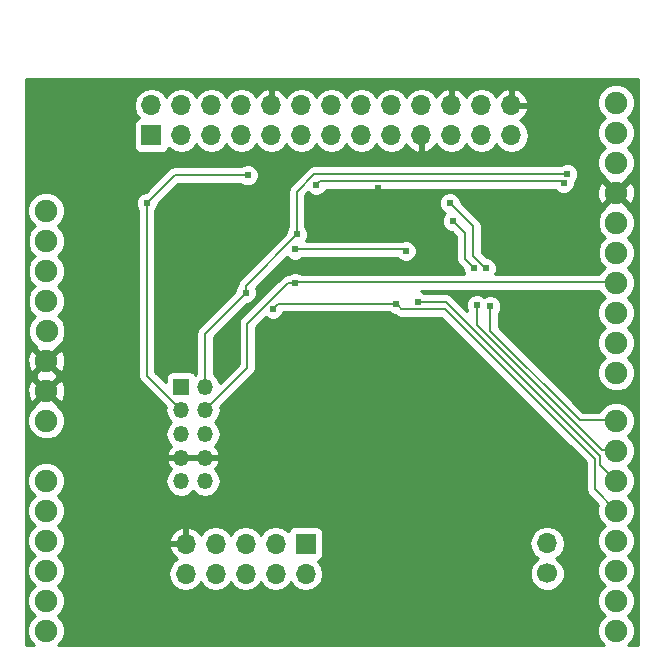
<source format=gbr>
G04 #@! TF.FileFunction,Copper,L2,Bot,Signal*
%FSLAX46Y46*%
G04 Gerber Fmt 4.6, Leading zero omitted, Abs format (unit mm)*
G04 Created by KiCad (PCBNEW 4.0.6) date 01/08/18 13:51:24*
%MOMM*%
%LPD*%
G01*
G04 APERTURE LIST*
%ADD10C,0.101600*%
%ADD11C,1.905000*%
%ADD12C,0.076200*%
%ADD13R,1.350000X1.350000*%
%ADD14O,1.350000X1.350000*%
%ADD15R,1.700000X1.700000*%
%ADD16O,1.700000X1.700000*%
%ADD17C,1.700000*%
%ADD18C,0.609600*%
%ADD19C,0.203200*%
%ADD20C,0.254000*%
G04 APERTURE END LIST*
D10*
D11*
X112014000Y-91948000D03*
X112039400Y-94513400D03*
X112039400Y-97053400D03*
X112039400Y-99593400D03*
X112064800Y-102133400D03*
X112039400Y-104673400D03*
X112039400Y-107213400D03*
X112014000Y-109728000D03*
X112014000Y-114808000D03*
X112014000Y-117348000D03*
X112014000Y-127508000D03*
X160274000Y-127508000D03*
X112014000Y-124968000D03*
X112014000Y-119888000D03*
X112014000Y-122428000D03*
X160274000Y-124968000D03*
X160274000Y-122428000D03*
X160274000Y-119888000D03*
X160274000Y-117348000D03*
X160274000Y-114808000D03*
X160299400Y-95504000D03*
X160299400Y-92964000D03*
X160274000Y-90424000D03*
X160274000Y-103124000D03*
X160274000Y-98044000D03*
X160274000Y-105664000D03*
X160274000Y-112268000D03*
X160274000Y-109728000D03*
X160274000Y-100584000D03*
X160274000Y-87884000D03*
X160274000Y-85344000D03*
X160274000Y-82804000D03*
D12*
X109474000Y-75438000D03*
D13*
X123458180Y-106860360D03*
D14*
X125458180Y-106860360D03*
X123458180Y-108860360D03*
X125458180Y-108860360D03*
X123458180Y-110860360D03*
X125458180Y-110860360D03*
X123458180Y-112860360D03*
X125458180Y-112860360D03*
X123458180Y-114860360D03*
X125458180Y-114860360D03*
D15*
X120918180Y-85587360D03*
D16*
X120918180Y-83047360D03*
X123458180Y-85587360D03*
X123458180Y-83047360D03*
X125998180Y-85587360D03*
X125998180Y-83047360D03*
X128538180Y-85587360D03*
X128538180Y-83047360D03*
X131078180Y-85587360D03*
X131078180Y-83047360D03*
X133618180Y-85587360D03*
X133618180Y-83047360D03*
X136158180Y-85587360D03*
X136158180Y-83047360D03*
X138698180Y-85587360D03*
X138698180Y-83047360D03*
X141238180Y-85587360D03*
X141238180Y-83047360D03*
X143778180Y-85587360D03*
X143778180Y-83047360D03*
X146318180Y-85587360D03*
X146318180Y-83047360D03*
X148858180Y-85587360D03*
X148858180Y-83047360D03*
X151398180Y-85587360D03*
X151398180Y-83047360D03*
D15*
X133999180Y-120142000D03*
D16*
X133999180Y-122682000D03*
X131459180Y-120142000D03*
X131459180Y-122682000D03*
X128919180Y-120142000D03*
X128919180Y-122682000D03*
X126379180Y-120142000D03*
X126379180Y-122682000D03*
X123839180Y-120142000D03*
X123839180Y-122682000D03*
D17*
X154446180Y-122671360D03*
D16*
X154446180Y-120131360D03*
D18*
X119634000Y-99949000D03*
X144855946Y-113522043D03*
X136404817Y-103616632D03*
X148731180Y-125211360D03*
X139841180Y-122671360D03*
X150544134Y-90440757D03*
X140158832Y-90036411D03*
X133110180Y-96382360D03*
X149112180Y-95366360D03*
X127776180Y-90032360D03*
X146445180Y-95620360D03*
X156152243Y-88856293D03*
X128915893Y-98897650D03*
X133237180Y-93969360D03*
X133111196Y-98076046D03*
X129090931Y-88949754D03*
X155836021Y-89579210D03*
X134884623Y-89743516D03*
X120537180Y-91302360D03*
X148243718Y-96787416D03*
X148477180Y-99938360D03*
X146445180Y-92826360D03*
X149221580Y-96837562D03*
X149620180Y-100065360D03*
X146191180Y-91302360D03*
X143512237Y-99683452D03*
X142484113Y-95366360D03*
X133110180Y-95239360D03*
X131229127Y-100239335D03*
X141653447Y-99836610D03*
D19*
X155721191Y-88856293D02*
X156152243Y-88856293D01*
X133237180Y-93969360D02*
X133237180Y-90339531D01*
X134720418Y-88856293D02*
X155721191Y-88856293D01*
X133237180Y-90339531D02*
X134720418Y-88856293D01*
X128915893Y-98897650D02*
X125458180Y-102355363D01*
X125458180Y-102355363D02*
X125458180Y-106860360D01*
X128915893Y-98466598D02*
X128915893Y-98897650D01*
X128915893Y-98290647D02*
X128915893Y-98466598D01*
X133237180Y-93969360D02*
X128915893Y-98290647D01*
X125458180Y-108860360D02*
X129045042Y-105273498D01*
X129045042Y-105273498D02*
X129045042Y-101509456D01*
X129045042Y-101509456D02*
X132490946Y-98063552D01*
X132490946Y-98063552D02*
X133098702Y-98063552D01*
X133098702Y-98063552D02*
X133111196Y-98076046D01*
X133153882Y-98033360D02*
X133111196Y-98076046D01*
X160288180Y-98033360D02*
X133153882Y-98033360D01*
X128659879Y-88949754D02*
X129090931Y-88949754D01*
X122889786Y-88949754D02*
X128659879Y-88949754D01*
X120537180Y-91302360D02*
X122889786Y-88949754D01*
X135189422Y-89438717D02*
X155695528Y-89438717D01*
X134884623Y-89743516D02*
X135189422Y-89438717D01*
X155695528Y-89438717D02*
X155836021Y-89579210D01*
X123458180Y-108860360D02*
X120537180Y-105939360D01*
X120537180Y-105939360D02*
X120537180Y-91302360D01*
X160288180Y-112257360D02*
X159076134Y-112257360D01*
X148477180Y-101658406D02*
X148477180Y-99938360D01*
X159076134Y-112257360D02*
X148477180Y-101658406D01*
X147938919Y-96482617D02*
X148243718Y-96787416D01*
X146445180Y-92826360D02*
X147461180Y-93842360D01*
X147461180Y-93842360D02*
X147461180Y-96004878D01*
X147461180Y-96004878D02*
X147938919Y-96482617D01*
X160288180Y-109717360D02*
X157202346Y-109717360D01*
X157202346Y-109717360D02*
X149620180Y-102135194D01*
X149620180Y-102135194D02*
X149620180Y-100065360D01*
X148916781Y-96532763D02*
X149221580Y-96837562D01*
X148155320Y-93266500D02*
X148155320Y-95771302D01*
X148155320Y-95771302D02*
X148916781Y-96532763D01*
X146191180Y-91302360D02*
X148155320Y-93266500D01*
X160274000Y-114808000D02*
X158917086Y-113451086D01*
X158917086Y-113451086D02*
X158917086Y-112734300D01*
X158917086Y-112734300D02*
X145866238Y-99683452D01*
X145866238Y-99683452D02*
X143943289Y-99683452D01*
X143943289Y-99683452D02*
X143512237Y-99683452D01*
X142357113Y-95239360D02*
X142484113Y-95366360D01*
X133110180Y-95239360D02*
X142357113Y-95239360D01*
X160274000Y-117348000D02*
X158479188Y-115553188D01*
X158479188Y-115553188D02*
X158479188Y-112957774D01*
X158479188Y-112957774D02*
X145789076Y-100267662D01*
X142084499Y-100267662D02*
X141958246Y-100141409D01*
X145789076Y-100267662D02*
X142084499Y-100267662D01*
X141958246Y-100141409D02*
X141653447Y-99836610D01*
X131631852Y-99836610D02*
X131533926Y-99934536D01*
X131533926Y-99934536D02*
X131229127Y-100239335D01*
X141653447Y-99836610D02*
X131631852Y-99836610D01*
D20*
G36*
X162104000Y-128703000D02*
X161323939Y-128703000D01*
X161619032Y-128408421D01*
X161861224Y-127825159D01*
X161861775Y-127193612D01*
X161620602Y-126609928D01*
X161249065Y-126237743D01*
X161619032Y-125868421D01*
X161861224Y-125285159D01*
X161861775Y-124653612D01*
X161620602Y-124069928D01*
X161249065Y-123697743D01*
X161619032Y-123328421D01*
X161861224Y-122745159D01*
X161861775Y-122113612D01*
X161620602Y-121529928D01*
X161249065Y-121157743D01*
X161619032Y-120788421D01*
X161861224Y-120205159D01*
X161861775Y-119573612D01*
X161620602Y-118989928D01*
X161249065Y-118617743D01*
X161619032Y-118248421D01*
X161861224Y-117665159D01*
X161861775Y-117033612D01*
X161620602Y-116449928D01*
X161249065Y-116077743D01*
X161619032Y-115708421D01*
X161861224Y-115125159D01*
X161861775Y-114493612D01*
X161620602Y-113909928D01*
X161249065Y-113537743D01*
X161619032Y-113168421D01*
X161861224Y-112585159D01*
X161861775Y-111953612D01*
X161620602Y-111369928D01*
X161249065Y-110997743D01*
X161619032Y-110628421D01*
X161861224Y-110045159D01*
X161861775Y-109413612D01*
X161620602Y-108829928D01*
X161174421Y-108382968D01*
X160591159Y-108140776D01*
X159959612Y-108140225D01*
X159375928Y-108381398D01*
X158928968Y-108827579D01*
X158865362Y-108980760D01*
X157507456Y-108980760D01*
X150356780Y-101830084D01*
X150356780Y-100657964D01*
X150416439Y-100598409D01*
X150559817Y-100253118D01*
X150560143Y-99879242D01*
X150417368Y-99533701D01*
X150153229Y-99269101D01*
X149807938Y-99125723D01*
X149434062Y-99125397D01*
X149122192Y-99254259D01*
X149010229Y-99142101D01*
X148664938Y-98998723D01*
X148291062Y-98998397D01*
X147945521Y-99141172D01*
X147680921Y-99405311D01*
X147537543Y-99750602D01*
X147537217Y-100124478D01*
X147669766Y-100445270D01*
X146387093Y-99162597D01*
X146148123Y-99002922D01*
X145866238Y-98946852D01*
X144104841Y-98946852D01*
X144045286Y-98887193D01*
X143762959Y-98769960D01*
X158856283Y-98769960D01*
X158927398Y-98942072D01*
X159298935Y-99314257D01*
X158928968Y-99683579D01*
X158686776Y-100266841D01*
X158686225Y-100898388D01*
X158927398Y-101482072D01*
X159298935Y-101854257D01*
X158928968Y-102223579D01*
X158686776Y-102806841D01*
X158686225Y-103438388D01*
X158927398Y-104022072D01*
X159298935Y-104394257D01*
X158928968Y-104763579D01*
X158686776Y-105346841D01*
X158686225Y-105978388D01*
X158927398Y-106562072D01*
X159373579Y-107009032D01*
X159956841Y-107251224D01*
X160588388Y-107251775D01*
X161172072Y-107010602D01*
X161619032Y-106564421D01*
X161861224Y-105981159D01*
X161861775Y-105349612D01*
X161620602Y-104765928D01*
X161249065Y-104393743D01*
X161619032Y-104024421D01*
X161861224Y-103441159D01*
X161861775Y-102809612D01*
X161620602Y-102225928D01*
X161249065Y-101853743D01*
X161619032Y-101484421D01*
X161861224Y-100901159D01*
X161861775Y-100269612D01*
X161620602Y-99685928D01*
X161249065Y-99313743D01*
X161619032Y-98944421D01*
X161861224Y-98361159D01*
X161861775Y-97729612D01*
X161620602Y-97145928D01*
X161261743Y-96786443D01*
X161644432Y-96404421D01*
X161886624Y-95821159D01*
X161887175Y-95189612D01*
X161646002Y-94605928D01*
X161274465Y-94233743D01*
X161644432Y-93864421D01*
X161886624Y-93281159D01*
X161887175Y-92649612D01*
X161646002Y-92065928D01*
X161199821Y-91618968D01*
X161187188Y-91613722D01*
X161212554Y-91542159D01*
X160274000Y-90603605D01*
X159335446Y-91542159D01*
X159372364Y-91646312D01*
X158954368Y-92063579D01*
X158712176Y-92646841D01*
X158711625Y-93278388D01*
X158952798Y-93862072D01*
X159324335Y-94234257D01*
X158954368Y-94603579D01*
X158712176Y-95186841D01*
X158711625Y-95818388D01*
X158952798Y-96402072D01*
X159311657Y-96761557D01*
X158928968Y-97143579D01*
X158865362Y-97296760D01*
X150048505Y-97296760D01*
X150161217Y-97025320D01*
X150161543Y-96651444D01*
X150018768Y-96305903D01*
X149754629Y-96041303D01*
X149409338Y-95897925D01*
X149323578Y-95897850D01*
X148891920Y-95466192D01*
X148891920Y-93266500D01*
X148835850Y-92984615D01*
X148676175Y-92745645D01*
X147131069Y-91200539D01*
X147131143Y-91116242D01*
X146988368Y-90770701D01*
X146724229Y-90506101D01*
X146378938Y-90362723D01*
X146005062Y-90362397D01*
X145659521Y-90505172D01*
X145394921Y-90769311D01*
X145251543Y-91114602D01*
X145251217Y-91488478D01*
X145393992Y-91834019D01*
X145658131Y-92098619D01*
X145789365Y-92153112D01*
X145648921Y-92293311D01*
X145505543Y-92638602D01*
X145505217Y-93012478D01*
X145647992Y-93358019D01*
X145912131Y-93622619D01*
X146257422Y-93765997D01*
X146343182Y-93766072D01*
X146724580Y-94147470D01*
X146724580Y-96004878D01*
X146780650Y-96286763D01*
X146940325Y-96525733D01*
X147303829Y-96889237D01*
X147303755Y-96973534D01*
X147437310Y-97296760D01*
X133661188Y-97296760D01*
X133644245Y-97279787D01*
X133298954Y-97136409D01*
X132925078Y-97136083D01*
X132579537Y-97278858D01*
X132531359Y-97326952D01*
X132490946Y-97326952D01*
X132209061Y-97383022D01*
X131970091Y-97542697D01*
X128524187Y-100988601D01*
X128364512Y-101227571D01*
X128308442Y-101509456D01*
X128308442Y-104968388D01*
X126731233Y-106545597D01*
X126694126Y-106359045D01*
X126410154Y-105934050D01*
X126194780Y-105790142D01*
X126194780Y-102660473D01*
X129017714Y-99837539D01*
X129102011Y-99837613D01*
X129447552Y-99694838D01*
X129712152Y-99430699D01*
X129855530Y-99085408D01*
X129855856Y-98711532D01*
X129762546Y-98485704D01*
X132395040Y-95853210D01*
X132577131Y-96035619D01*
X132922422Y-96178997D01*
X133296298Y-96179323D01*
X133641839Y-96036548D01*
X133702533Y-95975960D01*
X141764730Y-95975960D01*
X141951064Y-96162619D01*
X142296355Y-96305997D01*
X142670231Y-96306323D01*
X143015772Y-96163548D01*
X143280372Y-95899409D01*
X143423750Y-95554118D01*
X143424076Y-95180242D01*
X143281301Y-94834701D01*
X143017162Y-94570101D01*
X142671871Y-94426723D01*
X142297995Y-94426397D01*
X142113183Y-94502760D01*
X134033087Y-94502760D01*
X134033439Y-94502409D01*
X134176817Y-94157118D01*
X134177143Y-93783242D01*
X134034368Y-93437701D01*
X133973780Y-93377007D01*
X133973780Y-90644641D01*
X134215229Y-90403192D01*
X134351574Y-90539775D01*
X134696865Y-90683153D01*
X135070741Y-90683479D01*
X135416282Y-90540704D01*
X135680882Y-90276565D01*
X135722924Y-90175317D01*
X155103169Y-90175317D01*
X155302972Y-90375469D01*
X155648263Y-90518847D01*
X156022139Y-90519173D01*
X156367680Y-90376398D01*
X156573635Y-90170801D01*
X158675325Y-90170801D01*
X158700122Y-90801861D01*
X158893912Y-91269712D01*
X159155841Y-91362554D01*
X160094395Y-90424000D01*
X160453605Y-90424000D01*
X161392159Y-91362554D01*
X161654088Y-91269712D01*
X161872675Y-90677199D01*
X161847878Y-90046139D01*
X161654088Y-89578288D01*
X161392159Y-89485446D01*
X160453605Y-90424000D01*
X160094395Y-90424000D01*
X159155841Y-89485446D01*
X158893912Y-89578288D01*
X158675325Y-90170801D01*
X156573635Y-90170801D01*
X156632280Y-90112259D01*
X156775658Y-89766968D01*
X156775837Y-89561706D01*
X156948502Y-89389342D01*
X157091880Y-89044051D01*
X157092206Y-88670175D01*
X156949431Y-88324634D01*
X156685292Y-88060034D01*
X156340001Y-87916656D01*
X155966125Y-87916330D01*
X155620584Y-88059105D01*
X155559890Y-88119693D01*
X134720418Y-88119693D01*
X134438533Y-88175763D01*
X134199563Y-88335438D01*
X132716325Y-89818676D01*
X132556650Y-90057646D01*
X132500580Y-90339531D01*
X132500580Y-93376756D01*
X132440921Y-93436311D01*
X132297543Y-93781602D01*
X132297468Y-93867362D01*
X128395038Y-97769792D01*
X128235363Y-98008762D01*
X128179293Y-98290647D01*
X128179293Y-98305046D01*
X128119634Y-98364601D01*
X127976256Y-98709892D01*
X127976181Y-98795652D01*
X124937325Y-101834508D01*
X124777650Y-102073478D01*
X124721580Y-102355363D01*
X124721580Y-105790142D01*
X124659948Y-105831323D01*
X124597270Y-105733919D01*
X124385070Y-105588929D01*
X124133180Y-105537920D01*
X122783180Y-105537920D01*
X122547863Y-105582198D01*
X122331739Y-105721270D01*
X122186749Y-105933470D01*
X122135740Y-106185360D01*
X122135740Y-106496210D01*
X121273780Y-105634250D01*
X121273780Y-91894964D01*
X121333439Y-91835409D01*
X121476817Y-91490118D01*
X121476892Y-91404358D01*
X123194896Y-89686354D01*
X128498327Y-89686354D01*
X128557882Y-89746013D01*
X128903173Y-89889391D01*
X129277049Y-89889717D01*
X129622590Y-89746942D01*
X129887190Y-89482803D01*
X130030568Y-89137512D01*
X130030894Y-88763636D01*
X129888119Y-88418095D01*
X129623980Y-88153495D01*
X129278689Y-88010117D01*
X128904813Y-88009791D01*
X128559272Y-88152566D01*
X128498578Y-88213154D01*
X122889786Y-88213154D01*
X122607901Y-88269224D01*
X122368931Y-88428899D01*
X120435359Y-90362471D01*
X120351062Y-90362397D01*
X120005521Y-90505172D01*
X119740921Y-90769311D01*
X119597543Y-91114602D01*
X119597217Y-91488478D01*
X119739992Y-91834019D01*
X119800580Y-91894713D01*
X119800580Y-105939360D01*
X119856650Y-106221245D01*
X120016325Y-106460215D01*
X122171286Y-108615176D01*
X122122516Y-108860360D01*
X122222234Y-109361675D01*
X122506206Y-109786670D01*
X122616491Y-109860360D01*
X122506206Y-109934050D01*
X122222234Y-110359045D01*
X122122516Y-110860360D01*
X122222234Y-111361675D01*
X122506206Y-111786670D01*
X122623866Y-111865288D01*
X122328702Y-112196727D01*
X122190270Y-112530960D01*
X122313956Y-112733360D01*
X123331180Y-112733360D01*
X123331180Y-112713360D01*
X123585180Y-112713360D01*
X123585180Y-112733360D01*
X125331180Y-112733360D01*
X125331180Y-112713360D01*
X125585180Y-112713360D01*
X125585180Y-112733360D01*
X126602404Y-112733360D01*
X126726090Y-112530960D01*
X126587658Y-112196727D01*
X126292494Y-111865288D01*
X126410154Y-111786670D01*
X126694126Y-111361675D01*
X126793844Y-110860360D01*
X126694126Y-110359045D01*
X126410154Y-109934050D01*
X126299869Y-109860360D01*
X126410154Y-109786670D01*
X126694126Y-109361675D01*
X126793844Y-108860360D01*
X126745074Y-108615176D01*
X129565897Y-105794353D01*
X129725572Y-105555383D01*
X129781642Y-105273498D01*
X129781642Y-101814566D01*
X130628405Y-100967803D01*
X130696078Y-101035594D01*
X131041369Y-101178972D01*
X131415245Y-101179298D01*
X131760786Y-101036523D01*
X132025386Y-100772384D01*
X132108091Y-100573210D01*
X141060843Y-100573210D01*
X141120398Y-100632869D01*
X141465689Y-100776247D01*
X141551449Y-100776322D01*
X141563644Y-100788517D01*
X141802614Y-100948192D01*
X142084499Y-101004262D01*
X145483966Y-101004262D01*
X157742588Y-113262884D01*
X157742588Y-115553188D01*
X157798658Y-115835073D01*
X157958333Y-116074043D01*
X158753776Y-116869486D01*
X158686776Y-117030841D01*
X158686225Y-117662388D01*
X158927398Y-118246072D01*
X159298935Y-118618257D01*
X158928968Y-118987579D01*
X158686776Y-119570841D01*
X158686225Y-120202388D01*
X158927398Y-120786072D01*
X159298935Y-121158257D01*
X158928968Y-121527579D01*
X158686776Y-122110841D01*
X158686225Y-122742388D01*
X158927398Y-123326072D01*
X159298935Y-123698257D01*
X158928968Y-124067579D01*
X158686776Y-124650841D01*
X158686225Y-125282388D01*
X158927398Y-125866072D01*
X159298935Y-126238257D01*
X158928968Y-126607579D01*
X158686776Y-127190841D01*
X158686225Y-127822388D01*
X158927398Y-128406072D01*
X159223808Y-128703000D01*
X113063939Y-128703000D01*
X113359032Y-128408421D01*
X113601224Y-127825159D01*
X113601775Y-127193612D01*
X113360602Y-126609928D01*
X112989065Y-126237743D01*
X113359032Y-125868421D01*
X113601224Y-125285159D01*
X113601775Y-124653612D01*
X113360602Y-124069928D01*
X112989065Y-123697743D01*
X113359032Y-123328421D01*
X113601224Y-122745159D01*
X113601304Y-122652907D01*
X122354180Y-122652907D01*
X122354180Y-122711093D01*
X122467219Y-123279378D01*
X122789126Y-123761147D01*
X123270895Y-124083054D01*
X123839180Y-124196093D01*
X124407465Y-124083054D01*
X124889234Y-123761147D01*
X125109180Y-123431974D01*
X125329126Y-123761147D01*
X125810895Y-124083054D01*
X126379180Y-124196093D01*
X126947465Y-124083054D01*
X127429234Y-123761147D01*
X127649180Y-123431974D01*
X127869126Y-123761147D01*
X128350895Y-124083054D01*
X128919180Y-124196093D01*
X129487465Y-124083054D01*
X129969234Y-123761147D01*
X130189180Y-123431974D01*
X130409126Y-123761147D01*
X130890895Y-124083054D01*
X131459180Y-124196093D01*
X132027465Y-124083054D01*
X132509234Y-123761147D01*
X132729180Y-123431974D01*
X132949126Y-123761147D01*
X133430895Y-124083054D01*
X133999180Y-124196093D01*
X134567465Y-124083054D01*
X135049234Y-123761147D01*
X135371141Y-123279378D01*
X135484180Y-122711093D01*
X135484180Y-122652907D01*
X135371141Y-122084622D01*
X135049234Y-121602853D01*
X135048001Y-121602029D01*
X135084497Y-121595162D01*
X135300621Y-121456090D01*
X135445611Y-121243890D01*
X135496620Y-120992000D01*
X135496620Y-120131360D01*
X152932087Y-120131360D01*
X153045126Y-120699645D01*
X153367033Y-121181414D01*
X153671340Y-121384745D01*
X153606094Y-121411704D01*
X153187992Y-121829077D01*
X152961438Y-122374679D01*
X152960923Y-122965449D01*
X153186524Y-123511446D01*
X153603897Y-123929548D01*
X154149499Y-124156102D01*
X154740269Y-124156617D01*
X155286266Y-123931016D01*
X155704368Y-123513643D01*
X155930922Y-122968041D01*
X155931437Y-122377271D01*
X155705836Y-121831274D01*
X155288463Y-121413172D01*
X155220630Y-121385005D01*
X155525327Y-121181414D01*
X155847234Y-120699645D01*
X155960273Y-120131360D01*
X155847234Y-119563075D01*
X155525327Y-119081306D01*
X155043558Y-118759399D01*
X154475273Y-118646360D01*
X154417087Y-118646360D01*
X153848802Y-118759399D01*
X153367033Y-119081306D01*
X153045126Y-119563075D01*
X152932087Y-120131360D01*
X135496620Y-120131360D01*
X135496620Y-119292000D01*
X135452342Y-119056683D01*
X135313270Y-118840559D01*
X135101070Y-118695569D01*
X134849180Y-118644560D01*
X133149180Y-118644560D01*
X132913863Y-118688838D01*
X132697739Y-118827910D01*
X132552749Y-119040110D01*
X132539094Y-119107541D01*
X132509234Y-119062853D01*
X132027465Y-118740946D01*
X131459180Y-118627907D01*
X130890895Y-118740946D01*
X130409126Y-119062853D01*
X130189180Y-119392026D01*
X129969234Y-119062853D01*
X129487465Y-118740946D01*
X128919180Y-118627907D01*
X128350895Y-118740946D01*
X127869126Y-119062853D01*
X127649180Y-119392026D01*
X127429234Y-119062853D01*
X126947465Y-118740946D01*
X126379180Y-118627907D01*
X125810895Y-118740946D01*
X125329126Y-119062853D01*
X125101478Y-119403553D01*
X125034363Y-119260642D01*
X124606104Y-118870355D01*
X124196070Y-118700524D01*
X123966180Y-118821845D01*
X123966180Y-120015000D01*
X123986180Y-120015000D01*
X123986180Y-120269000D01*
X123966180Y-120269000D01*
X123966180Y-120289000D01*
X123712180Y-120289000D01*
X123712180Y-120269000D01*
X122518361Y-120269000D01*
X122397694Y-120498892D01*
X122643997Y-121023358D01*
X123072256Y-121413645D01*
X123072281Y-121413655D01*
X122789126Y-121602853D01*
X122467219Y-122084622D01*
X122354180Y-122652907D01*
X113601304Y-122652907D01*
X113601775Y-122113612D01*
X113360602Y-121529928D01*
X112989065Y-121157743D01*
X113359032Y-120788421D01*
X113601224Y-120205159D01*
X113601590Y-119785108D01*
X122397694Y-119785108D01*
X122518361Y-120015000D01*
X123712180Y-120015000D01*
X123712180Y-118821845D01*
X123482290Y-118700524D01*
X123072256Y-118870355D01*
X122643997Y-119260642D01*
X122397694Y-119785108D01*
X113601590Y-119785108D01*
X113601775Y-119573612D01*
X113360602Y-118989928D01*
X112989065Y-118617743D01*
X113359032Y-118248421D01*
X113601224Y-117665159D01*
X113601775Y-117033612D01*
X113360602Y-116449928D01*
X112989065Y-116077743D01*
X113359032Y-115708421D01*
X113601224Y-115125159D01*
X113601455Y-114860360D01*
X122122516Y-114860360D01*
X122222234Y-115361675D01*
X122506206Y-115786670D01*
X122931201Y-116070642D01*
X123432516Y-116170360D01*
X123483844Y-116170360D01*
X123985159Y-116070642D01*
X124410154Y-115786670D01*
X124458180Y-115714794D01*
X124506206Y-115786670D01*
X124931201Y-116070642D01*
X125432516Y-116170360D01*
X125483844Y-116170360D01*
X125985159Y-116070642D01*
X126410154Y-115786670D01*
X126694126Y-115361675D01*
X126793844Y-114860360D01*
X126694126Y-114359045D01*
X126410154Y-113934050D01*
X126292494Y-113855432D01*
X126587658Y-113523993D01*
X126726090Y-113189760D01*
X126602404Y-112987360D01*
X125585180Y-112987360D01*
X125585180Y-113007360D01*
X125331180Y-113007360D01*
X125331180Y-112987360D01*
X123585180Y-112987360D01*
X123585180Y-113007360D01*
X123331180Y-113007360D01*
X123331180Y-112987360D01*
X122313956Y-112987360D01*
X122190270Y-113189760D01*
X122328702Y-113523993D01*
X122623866Y-113855432D01*
X122506206Y-113934050D01*
X122222234Y-114359045D01*
X122122516Y-114860360D01*
X113601455Y-114860360D01*
X113601775Y-114493612D01*
X113360602Y-113909928D01*
X112914421Y-113462968D01*
X112331159Y-113220776D01*
X111699612Y-113220225D01*
X111115928Y-113461398D01*
X110668968Y-113907579D01*
X110426776Y-114490841D01*
X110426225Y-115122388D01*
X110667398Y-115706072D01*
X111038935Y-116078257D01*
X110668968Y-116447579D01*
X110426776Y-117030841D01*
X110426225Y-117662388D01*
X110667398Y-118246072D01*
X111038935Y-118618257D01*
X110668968Y-118987579D01*
X110426776Y-119570841D01*
X110426225Y-120202388D01*
X110667398Y-120786072D01*
X111038935Y-121158257D01*
X110668968Y-121527579D01*
X110426776Y-122110841D01*
X110426225Y-122742388D01*
X110667398Y-123326072D01*
X111038935Y-123698257D01*
X110668968Y-124067579D01*
X110426776Y-124650841D01*
X110426225Y-125282388D01*
X110667398Y-125866072D01*
X111038935Y-126238257D01*
X110668968Y-126607579D01*
X110426776Y-127190841D01*
X110426225Y-127822388D01*
X110667398Y-128406072D01*
X110963808Y-128703000D01*
X110311000Y-128703000D01*
X110311000Y-110042388D01*
X110426225Y-110042388D01*
X110667398Y-110626072D01*
X111113579Y-111073032D01*
X111696841Y-111315224D01*
X112328388Y-111315775D01*
X112912072Y-111074602D01*
X113359032Y-110628421D01*
X113601224Y-110045159D01*
X113601775Y-109413612D01*
X113360602Y-108829928D01*
X112947859Y-108416464D01*
X112977954Y-108331559D01*
X112039400Y-107393005D01*
X111100846Y-108331559D01*
X111118182Y-108380467D01*
X111115928Y-108381398D01*
X110668968Y-108827579D01*
X110426776Y-109410841D01*
X110426225Y-110042388D01*
X110311000Y-110042388D01*
X110311000Y-106960201D01*
X110440725Y-106960201D01*
X110465522Y-107591261D01*
X110659312Y-108059112D01*
X110921241Y-108151954D01*
X111859795Y-107213400D01*
X112219005Y-107213400D01*
X113157559Y-108151954D01*
X113419488Y-108059112D01*
X113638075Y-107466599D01*
X113613278Y-106835539D01*
X113419488Y-106367688D01*
X113157559Y-106274846D01*
X112219005Y-107213400D01*
X111859795Y-107213400D01*
X110921241Y-106274846D01*
X110659312Y-106367688D01*
X110440725Y-106960201D01*
X110311000Y-106960201D01*
X110311000Y-105791559D01*
X111100846Y-105791559D01*
X111154667Y-105943400D01*
X111100846Y-106095241D01*
X112039400Y-107033795D01*
X112977954Y-106095241D01*
X112924133Y-105943400D01*
X112977954Y-105791559D01*
X112039400Y-104853005D01*
X111100846Y-105791559D01*
X110311000Y-105791559D01*
X110311000Y-104420201D01*
X110440725Y-104420201D01*
X110465522Y-105051261D01*
X110659312Y-105519112D01*
X110921241Y-105611954D01*
X111859795Y-104673400D01*
X112219005Y-104673400D01*
X113157559Y-105611954D01*
X113419488Y-105519112D01*
X113638075Y-104926599D01*
X113613278Y-104295539D01*
X113419488Y-103827688D01*
X113157559Y-103734846D01*
X112219005Y-104673400D01*
X111859795Y-104673400D01*
X110921241Y-103734846D01*
X110659312Y-103827688D01*
X110440725Y-104420201D01*
X110311000Y-104420201D01*
X110311000Y-92262388D01*
X110426225Y-92262388D01*
X110667398Y-92846072D01*
X111064312Y-93243679D01*
X110694368Y-93612979D01*
X110452176Y-94196241D01*
X110451625Y-94827788D01*
X110692798Y-95411472D01*
X111064335Y-95783657D01*
X110694368Y-96152979D01*
X110452176Y-96736241D01*
X110451625Y-97367788D01*
X110692798Y-97951472D01*
X111064335Y-98323657D01*
X110694368Y-98692979D01*
X110452176Y-99276241D01*
X110451625Y-99907788D01*
X110692798Y-100491472D01*
X111077012Y-100876357D01*
X110719768Y-101232979D01*
X110477576Y-101816241D01*
X110477025Y-102447788D01*
X110718198Y-103031472D01*
X111137585Y-103451591D01*
X111100846Y-103555241D01*
X112039400Y-104493795D01*
X112977954Y-103555241D01*
X112952765Y-103484178D01*
X112962872Y-103480002D01*
X113409832Y-103033821D01*
X113652024Y-102450559D01*
X113652575Y-101819012D01*
X113411402Y-101235328D01*
X113027188Y-100850443D01*
X113384432Y-100493821D01*
X113626624Y-99910559D01*
X113627175Y-99279012D01*
X113386002Y-98695328D01*
X113014465Y-98323143D01*
X113384432Y-97953821D01*
X113626624Y-97370559D01*
X113627175Y-96739012D01*
X113386002Y-96155328D01*
X113014465Y-95783143D01*
X113384432Y-95413821D01*
X113626624Y-94830559D01*
X113627175Y-94199012D01*
X113386002Y-93615328D01*
X112989088Y-93217721D01*
X113359032Y-92848421D01*
X113601224Y-92265159D01*
X113601775Y-91633612D01*
X113360602Y-91049928D01*
X112914421Y-90602968D01*
X112331159Y-90360776D01*
X111699612Y-90360225D01*
X111115928Y-90601398D01*
X110668968Y-91047579D01*
X110426776Y-91630841D01*
X110426225Y-92262388D01*
X110311000Y-92262388D01*
X110311000Y-84737360D01*
X119420740Y-84737360D01*
X119420740Y-86437360D01*
X119465018Y-86672677D01*
X119604090Y-86888801D01*
X119816290Y-87033791D01*
X120068180Y-87084800D01*
X121768180Y-87084800D01*
X122003497Y-87040522D01*
X122219621Y-86901450D01*
X122364611Y-86689250D01*
X122378266Y-86621819D01*
X122408126Y-86666507D01*
X122889895Y-86988414D01*
X123458180Y-87101453D01*
X124026465Y-86988414D01*
X124508234Y-86666507D01*
X124728180Y-86337334D01*
X124948126Y-86666507D01*
X125429895Y-86988414D01*
X125998180Y-87101453D01*
X126566465Y-86988414D01*
X127048234Y-86666507D01*
X127268180Y-86337334D01*
X127488126Y-86666507D01*
X127969895Y-86988414D01*
X128538180Y-87101453D01*
X129106465Y-86988414D01*
X129588234Y-86666507D01*
X129808180Y-86337334D01*
X130028126Y-86666507D01*
X130509895Y-86988414D01*
X131078180Y-87101453D01*
X131646465Y-86988414D01*
X132128234Y-86666507D01*
X132348180Y-86337334D01*
X132568126Y-86666507D01*
X133049895Y-86988414D01*
X133618180Y-87101453D01*
X134186465Y-86988414D01*
X134668234Y-86666507D01*
X134888180Y-86337334D01*
X135108126Y-86666507D01*
X135589895Y-86988414D01*
X136158180Y-87101453D01*
X136726465Y-86988414D01*
X137208234Y-86666507D01*
X137428180Y-86337334D01*
X137648126Y-86666507D01*
X138129895Y-86988414D01*
X138698180Y-87101453D01*
X139266465Y-86988414D01*
X139748234Y-86666507D01*
X139968180Y-86337334D01*
X140188126Y-86666507D01*
X140669895Y-86988414D01*
X141238180Y-87101453D01*
X141806465Y-86988414D01*
X142288234Y-86666507D01*
X142515882Y-86325807D01*
X142582997Y-86468718D01*
X143011256Y-86859005D01*
X143421290Y-87028836D01*
X143651180Y-86907515D01*
X143651180Y-85714360D01*
X143631180Y-85714360D01*
X143631180Y-85460360D01*
X143651180Y-85460360D01*
X143651180Y-85440360D01*
X143905180Y-85440360D01*
X143905180Y-85460360D01*
X143925180Y-85460360D01*
X143925180Y-85714360D01*
X143905180Y-85714360D01*
X143905180Y-86907515D01*
X144135070Y-87028836D01*
X144545104Y-86859005D01*
X144973363Y-86468718D01*
X145040478Y-86325807D01*
X145268126Y-86666507D01*
X145749895Y-86988414D01*
X146318180Y-87101453D01*
X146886465Y-86988414D01*
X147368234Y-86666507D01*
X147588180Y-86337334D01*
X147808126Y-86666507D01*
X148289895Y-86988414D01*
X148858180Y-87101453D01*
X149426465Y-86988414D01*
X149908234Y-86666507D01*
X150128180Y-86337334D01*
X150348126Y-86666507D01*
X150829895Y-86988414D01*
X151398180Y-87101453D01*
X151966465Y-86988414D01*
X152448234Y-86666507D01*
X152770141Y-86184738D01*
X152883180Y-85616453D01*
X152883180Y-85558267D01*
X152770141Y-84989982D01*
X152448234Y-84508213D01*
X152165079Y-84319015D01*
X152165104Y-84319005D01*
X152593363Y-83928718D01*
X152839666Y-83404252D01*
X152718999Y-83174360D01*
X151525180Y-83174360D01*
X151525180Y-83194360D01*
X151271180Y-83194360D01*
X151271180Y-83174360D01*
X151251180Y-83174360D01*
X151251180Y-83118388D01*
X158686225Y-83118388D01*
X158927398Y-83702072D01*
X159298935Y-84074257D01*
X158928968Y-84443579D01*
X158686776Y-85026841D01*
X158686225Y-85658388D01*
X158927398Y-86242072D01*
X159298935Y-86614257D01*
X158928968Y-86983579D01*
X158686776Y-87566841D01*
X158686225Y-88198388D01*
X158927398Y-88782072D01*
X159365529Y-89220968D01*
X159335446Y-89305841D01*
X160274000Y-90244395D01*
X161212554Y-89305841D01*
X161182275Y-89220417D01*
X161619032Y-88784421D01*
X161861224Y-88201159D01*
X161861775Y-87569612D01*
X161620602Y-86985928D01*
X161249065Y-86613743D01*
X161619032Y-86244421D01*
X161861224Y-85661159D01*
X161861775Y-85029612D01*
X161620602Y-84445928D01*
X161249065Y-84073743D01*
X161619032Y-83704421D01*
X161861224Y-83121159D01*
X161861775Y-82489612D01*
X161620602Y-81905928D01*
X161174421Y-81458968D01*
X160591159Y-81216776D01*
X159959612Y-81216225D01*
X159375928Y-81457398D01*
X158928968Y-81903579D01*
X158686776Y-82486841D01*
X158686225Y-83118388D01*
X151251180Y-83118388D01*
X151251180Y-82920360D01*
X151271180Y-82920360D01*
X151271180Y-81727205D01*
X151525180Y-81727205D01*
X151525180Y-82920360D01*
X152718999Y-82920360D01*
X152839666Y-82690468D01*
X152593363Y-82166002D01*
X152165104Y-81775715D01*
X151755070Y-81605884D01*
X151525180Y-81727205D01*
X151271180Y-81727205D01*
X151041290Y-81605884D01*
X150631256Y-81775715D01*
X150202997Y-82166002D01*
X150135882Y-82308913D01*
X149908234Y-81968213D01*
X149426465Y-81646306D01*
X148858180Y-81533267D01*
X148289895Y-81646306D01*
X147808126Y-81968213D01*
X147580478Y-82308913D01*
X147513363Y-82166002D01*
X147085104Y-81775715D01*
X146675070Y-81605884D01*
X146445180Y-81727205D01*
X146445180Y-82920360D01*
X146465180Y-82920360D01*
X146465180Y-83174360D01*
X146445180Y-83174360D01*
X146445180Y-83194360D01*
X146191180Y-83194360D01*
X146191180Y-83174360D01*
X146171180Y-83174360D01*
X146171180Y-82920360D01*
X146191180Y-82920360D01*
X146191180Y-81727205D01*
X145961290Y-81605884D01*
X145551256Y-81775715D01*
X145122997Y-82166002D01*
X145055882Y-82308913D01*
X144828234Y-81968213D01*
X144346465Y-81646306D01*
X143778180Y-81533267D01*
X143209895Y-81646306D01*
X142728126Y-81968213D01*
X142508180Y-82297386D01*
X142288234Y-81968213D01*
X141806465Y-81646306D01*
X141238180Y-81533267D01*
X140669895Y-81646306D01*
X140188126Y-81968213D01*
X139968180Y-82297386D01*
X139748234Y-81968213D01*
X139266465Y-81646306D01*
X138698180Y-81533267D01*
X138129895Y-81646306D01*
X137648126Y-81968213D01*
X137428180Y-82297386D01*
X137208234Y-81968213D01*
X136726465Y-81646306D01*
X136158180Y-81533267D01*
X135589895Y-81646306D01*
X135108126Y-81968213D01*
X134888180Y-82297386D01*
X134668234Y-81968213D01*
X134186465Y-81646306D01*
X133618180Y-81533267D01*
X133049895Y-81646306D01*
X132568126Y-81968213D01*
X132340478Y-82308913D01*
X132273363Y-82166002D01*
X131845104Y-81775715D01*
X131435070Y-81605884D01*
X131205180Y-81727205D01*
X131205180Y-82920360D01*
X131225180Y-82920360D01*
X131225180Y-83174360D01*
X131205180Y-83174360D01*
X131205180Y-83194360D01*
X130951180Y-83194360D01*
X130951180Y-83174360D01*
X130931180Y-83174360D01*
X130931180Y-82920360D01*
X130951180Y-82920360D01*
X130951180Y-81727205D01*
X130721290Y-81605884D01*
X130311256Y-81775715D01*
X129882997Y-82166002D01*
X129815882Y-82308913D01*
X129588234Y-81968213D01*
X129106465Y-81646306D01*
X128538180Y-81533267D01*
X127969895Y-81646306D01*
X127488126Y-81968213D01*
X127268180Y-82297386D01*
X127048234Y-81968213D01*
X126566465Y-81646306D01*
X125998180Y-81533267D01*
X125429895Y-81646306D01*
X124948126Y-81968213D01*
X124728180Y-82297386D01*
X124508234Y-81968213D01*
X124026465Y-81646306D01*
X123458180Y-81533267D01*
X122889895Y-81646306D01*
X122408126Y-81968213D01*
X122188180Y-82297386D01*
X121968234Y-81968213D01*
X121486465Y-81646306D01*
X120918180Y-81533267D01*
X120349895Y-81646306D01*
X119868126Y-81968213D01*
X119546219Y-82449982D01*
X119433180Y-83018267D01*
X119433180Y-83076453D01*
X119546219Y-83644738D01*
X119868126Y-84126507D01*
X119869359Y-84127331D01*
X119832863Y-84134198D01*
X119616739Y-84273270D01*
X119471749Y-84485470D01*
X119420740Y-84737360D01*
X110311000Y-84737360D01*
X110311000Y-80847000D01*
X162104000Y-80847000D01*
X162104000Y-128703000D01*
X162104000Y-128703000D01*
G37*
X162104000Y-128703000D02*
X161323939Y-128703000D01*
X161619032Y-128408421D01*
X161861224Y-127825159D01*
X161861775Y-127193612D01*
X161620602Y-126609928D01*
X161249065Y-126237743D01*
X161619032Y-125868421D01*
X161861224Y-125285159D01*
X161861775Y-124653612D01*
X161620602Y-124069928D01*
X161249065Y-123697743D01*
X161619032Y-123328421D01*
X161861224Y-122745159D01*
X161861775Y-122113612D01*
X161620602Y-121529928D01*
X161249065Y-121157743D01*
X161619032Y-120788421D01*
X161861224Y-120205159D01*
X161861775Y-119573612D01*
X161620602Y-118989928D01*
X161249065Y-118617743D01*
X161619032Y-118248421D01*
X161861224Y-117665159D01*
X161861775Y-117033612D01*
X161620602Y-116449928D01*
X161249065Y-116077743D01*
X161619032Y-115708421D01*
X161861224Y-115125159D01*
X161861775Y-114493612D01*
X161620602Y-113909928D01*
X161249065Y-113537743D01*
X161619032Y-113168421D01*
X161861224Y-112585159D01*
X161861775Y-111953612D01*
X161620602Y-111369928D01*
X161249065Y-110997743D01*
X161619032Y-110628421D01*
X161861224Y-110045159D01*
X161861775Y-109413612D01*
X161620602Y-108829928D01*
X161174421Y-108382968D01*
X160591159Y-108140776D01*
X159959612Y-108140225D01*
X159375928Y-108381398D01*
X158928968Y-108827579D01*
X158865362Y-108980760D01*
X157507456Y-108980760D01*
X150356780Y-101830084D01*
X150356780Y-100657964D01*
X150416439Y-100598409D01*
X150559817Y-100253118D01*
X150560143Y-99879242D01*
X150417368Y-99533701D01*
X150153229Y-99269101D01*
X149807938Y-99125723D01*
X149434062Y-99125397D01*
X149122192Y-99254259D01*
X149010229Y-99142101D01*
X148664938Y-98998723D01*
X148291062Y-98998397D01*
X147945521Y-99141172D01*
X147680921Y-99405311D01*
X147537543Y-99750602D01*
X147537217Y-100124478D01*
X147669766Y-100445270D01*
X146387093Y-99162597D01*
X146148123Y-99002922D01*
X145866238Y-98946852D01*
X144104841Y-98946852D01*
X144045286Y-98887193D01*
X143762959Y-98769960D01*
X158856283Y-98769960D01*
X158927398Y-98942072D01*
X159298935Y-99314257D01*
X158928968Y-99683579D01*
X158686776Y-100266841D01*
X158686225Y-100898388D01*
X158927398Y-101482072D01*
X159298935Y-101854257D01*
X158928968Y-102223579D01*
X158686776Y-102806841D01*
X158686225Y-103438388D01*
X158927398Y-104022072D01*
X159298935Y-104394257D01*
X158928968Y-104763579D01*
X158686776Y-105346841D01*
X158686225Y-105978388D01*
X158927398Y-106562072D01*
X159373579Y-107009032D01*
X159956841Y-107251224D01*
X160588388Y-107251775D01*
X161172072Y-107010602D01*
X161619032Y-106564421D01*
X161861224Y-105981159D01*
X161861775Y-105349612D01*
X161620602Y-104765928D01*
X161249065Y-104393743D01*
X161619032Y-104024421D01*
X161861224Y-103441159D01*
X161861775Y-102809612D01*
X161620602Y-102225928D01*
X161249065Y-101853743D01*
X161619032Y-101484421D01*
X161861224Y-100901159D01*
X161861775Y-100269612D01*
X161620602Y-99685928D01*
X161249065Y-99313743D01*
X161619032Y-98944421D01*
X161861224Y-98361159D01*
X161861775Y-97729612D01*
X161620602Y-97145928D01*
X161261743Y-96786443D01*
X161644432Y-96404421D01*
X161886624Y-95821159D01*
X161887175Y-95189612D01*
X161646002Y-94605928D01*
X161274465Y-94233743D01*
X161644432Y-93864421D01*
X161886624Y-93281159D01*
X161887175Y-92649612D01*
X161646002Y-92065928D01*
X161199821Y-91618968D01*
X161187188Y-91613722D01*
X161212554Y-91542159D01*
X160274000Y-90603605D01*
X159335446Y-91542159D01*
X159372364Y-91646312D01*
X158954368Y-92063579D01*
X158712176Y-92646841D01*
X158711625Y-93278388D01*
X158952798Y-93862072D01*
X159324335Y-94234257D01*
X158954368Y-94603579D01*
X158712176Y-95186841D01*
X158711625Y-95818388D01*
X158952798Y-96402072D01*
X159311657Y-96761557D01*
X158928968Y-97143579D01*
X158865362Y-97296760D01*
X150048505Y-97296760D01*
X150161217Y-97025320D01*
X150161543Y-96651444D01*
X150018768Y-96305903D01*
X149754629Y-96041303D01*
X149409338Y-95897925D01*
X149323578Y-95897850D01*
X148891920Y-95466192D01*
X148891920Y-93266500D01*
X148835850Y-92984615D01*
X148676175Y-92745645D01*
X147131069Y-91200539D01*
X147131143Y-91116242D01*
X146988368Y-90770701D01*
X146724229Y-90506101D01*
X146378938Y-90362723D01*
X146005062Y-90362397D01*
X145659521Y-90505172D01*
X145394921Y-90769311D01*
X145251543Y-91114602D01*
X145251217Y-91488478D01*
X145393992Y-91834019D01*
X145658131Y-92098619D01*
X145789365Y-92153112D01*
X145648921Y-92293311D01*
X145505543Y-92638602D01*
X145505217Y-93012478D01*
X145647992Y-93358019D01*
X145912131Y-93622619D01*
X146257422Y-93765997D01*
X146343182Y-93766072D01*
X146724580Y-94147470D01*
X146724580Y-96004878D01*
X146780650Y-96286763D01*
X146940325Y-96525733D01*
X147303829Y-96889237D01*
X147303755Y-96973534D01*
X147437310Y-97296760D01*
X133661188Y-97296760D01*
X133644245Y-97279787D01*
X133298954Y-97136409D01*
X132925078Y-97136083D01*
X132579537Y-97278858D01*
X132531359Y-97326952D01*
X132490946Y-97326952D01*
X132209061Y-97383022D01*
X131970091Y-97542697D01*
X128524187Y-100988601D01*
X128364512Y-101227571D01*
X128308442Y-101509456D01*
X128308442Y-104968388D01*
X126731233Y-106545597D01*
X126694126Y-106359045D01*
X126410154Y-105934050D01*
X126194780Y-105790142D01*
X126194780Y-102660473D01*
X129017714Y-99837539D01*
X129102011Y-99837613D01*
X129447552Y-99694838D01*
X129712152Y-99430699D01*
X129855530Y-99085408D01*
X129855856Y-98711532D01*
X129762546Y-98485704D01*
X132395040Y-95853210D01*
X132577131Y-96035619D01*
X132922422Y-96178997D01*
X133296298Y-96179323D01*
X133641839Y-96036548D01*
X133702533Y-95975960D01*
X141764730Y-95975960D01*
X141951064Y-96162619D01*
X142296355Y-96305997D01*
X142670231Y-96306323D01*
X143015772Y-96163548D01*
X143280372Y-95899409D01*
X143423750Y-95554118D01*
X143424076Y-95180242D01*
X143281301Y-94834701D01*
X143017162Y-94570101D01*
X142671871Y-94426723D01*
X142297995Y-94426397D01*
X142113183Y-94502760D01*
X134033087Y-94502760D01*
X134033439Y-94502409D01*
X134176817Y-94157118D01*
X134177143Y-93783242D01*
X134034368Y-93437701D01*
X133973780Y-93377007D01*
X133973780Y-90644641D01*
X134215229Y-90403192D01*
X134351574Y-90539775D01*
X134696865Y-90683153D01*
X135070741Y-90683479D01*
X135416282Y-90540704D01*
X135680882Y-90276565D01*
X135722924Y-90175317D01*
X155103169Y-90175317D01*
X155302972Y-90375469D01*
X155648263Y-90518847D01*
X156022139Y-90519173D01*
X156367680Y-90376398D01*
X156573635Y-90170801D01*
X158675325Y-90170801D01*
X158700122Y-90801861D01*
X158893912Y-91269712D01*
X159155841Y-91362554D01*
X160094395Y-90424000D01*
X160453605Y-90424000D01*
X161392159Y-91362554D01*
X161654088Y-91269712D01*
X161872675Y-90677199D01*
X161847878Y-90046139D01*
X161654088Y-89578288D01*
X161392159Y-89485446D01*
X160453605Y-90424000D01*
X160094395Y-90424000D01*
X159155841Y-89485446D01*
X158893912Y-89578288D01*
X158675325Y-90170801D01*
X156573635Y-90170801D01*
X156632280Y-90112259D01*
X156775658Y-89766968D01*
X156775837Y-89561706D01*
X156948502Y-89389342D01*
X157091880Y-89044051D01*
X157092206Y-88670175D01*
X156949431Y-88324634D01*
X156685292Y-88060034D01*
X156340001Y-87916656D01*
X155966125Y-87916330D01*
X155620584Y-88059105D01*
X155559890Y-88119693D01*
X134720418Y-88119693D01*
X134438533Y-88175763D01*
X134199563Y-88335438D01*
X132716325Y-89818676D01*
X132556650Y-90057646D01*
X132500580Y-90339531D01*
X132500580Y-93376756D01*
X132440921Y-93436311D01*
X132297543Y-93781602D01*
X132297468Y-93867362D01*
X128395038Y-97769792D01*
X128235363Y-98008762D01*
X128179293Y-98290647D01*
X128179293Y-98305046D01*
X128119634Y-98364601D01*
X127976256Y-98709892D01*
X127976181Y-98795652D01*
X124937325Y-101834508D01*
X124777650Y-102073478D01*
X124721580Y-102355363D01*
X124721580Y-105790142D01*
X124659948Y-105831323D01*
X124597270Y-105733919D01*
X124385070Y-105588929D01*
X124133180Y-105537920D01*
X122783180Y-105537920D01*
X122547863Y-105582198D01*
X122331739Y-105721270D01*
X122186749Y-105933470D01*
X122135740Y-106185360D01*
X122135740Y-106496210D01*
X121273780Y-105634250D01*
X121273780Y-91894964D01*
X121333439Y-91835409D01*
X121476817Y-91490118D01*
X121476892Y-91404358D01*
X123194896Y-89686354D01*
X128498327Y-89686354D01*
X128557882Y-89746013D01*
X128903173Y-89889391D01*
X129277049Y-89889717D01*
X129622590Y-89746942D01*
X129887190Y-89482803D01*
X130030568Y-89137512D01*
X130030894Y-88763636D01*
X129888119Y-88418095D01*
X129623980Y-88153495D01*
X129278689Y-88010117D01*
X128904813Y-88009791D01*
X128559272Y-88152566D01*
X128498578Y-88213154D01*
X122889786Y-88213154D01*
X122607901Y-88269224D01*
X122368931Y-88428899D01*
X120435359Y-90362471D01*
X120351062Y-90362397D01*
X120005521Y-90505172D01*
X119740921Y-90769311D01*
X119597543Y-91114602D01*
X119597217Y-91488478D01*
X119739992Y-91834019D01*
X119800580Y-91894713D01*
X119800580Y-105939360D01*
X119856650Y-106221245D01*
X120016325Y-106460215D01*
X122171286Y-108615176D01*
X122122516Y-108860360D01*
X122222234Y-109361675D01*
X122506206Y-109786670D01*
X122616491Y-109860360D01*
X122506206Y-109934050D01*
X122222234Y-110359045D01*
X122122516Y-110860360D01*
X122222234Y-111361675D01*
X122506206Y-111786670D01*
X122623866Y-111865288D01*
X122328702Y-112196727D01*
X122190270Y-112530960D01*
X122313956Y-112733360D01*
X123331180Y-112733360D01*
X123331180Y-112713360D01*
X123585180Y-112713360D01*
X123585180Y-112733360D01*
X125331180Y-112733360D01*
X125331180Y-112713360D01*
X125585180Y-112713360D01*
X125585180Y-112733360D01*
X126602404Y-112733360D01*
X126726090Y-112530960D01*
X126587658Y-112196727D01*
X126292494Y-111865288D01*
X126410154Y-111786670D01*
X126694126Y-111361675D01*
X126793844Y-110860360D01*
X126694126Y-110359045D01*
X126410154Y-109934050D01*
X126299869Y-109860360D01*
X126410154Y-109786670D01*
X126694126Y-109361675D01*
X126793844Y-108860360D01*
X126745074Y-108615176D01*
X129565897Y-105794353D01*
X129725572Y-105555383D01*
X129781642Y-105273498D01*
X129781642Y-101814566D01*
X130628405Y-100967803D01*
X130696078Y-101035594D01*
X131041369Y-101178972D01*
X131415245Y-101179298D01*
X131760786Y-101036523D01*
X132025386Y-100772384D01*
X132108091Y-100573210D01*
X141060843Y-100573210D01*
X141120398Y-100632869D01*
X141465689Y-100776247D01*
X141551449Y-100776322D01*
X141563644Y-100788517D01*
X141802614Y-100948192D01*
X142084499Y-101004262D01*
X145483966Y-101004262D01*
X157742588Y-113262884D01*
X157742588Y-115553188D01*
X157798658Y-115835073D01*
X157958333Y-116074043D01*
X158753776Y-116869486D01*
X158686776Y-117030841D01*
X158686225Y-117662388D01*
X158927398Y-118246072D01*
X159298935Y-118618257D01*
X158928968Y-118987579D01*
X158686776Y-119570841D01*
X158686225Y-120202388D01*
X158927398Y-120786072D01*
X159298935Y-121158257D01*
X158928968Y-121527579D01*
X158686776Y-122110841D01*
X158686225Y-122742388D01*
X158927398Y-123326072D01*
X159298935Y-123698257D01*
X158928968Y-124067579D01*
X158686776Y-124650841D01*
X158686225Y-125282388D01*
X158927398Y-125866072D01*
X159298935Y-126238257D01*
X158928968Y-126607579D01*
X158686776Y-127190841D01*
X158686225Y-127822388D01*
X158927398Y-128406072D01*
X159223808Y-128703000D01*
X113063939Y-128703000D01*
X113359032Y-128408421D01*
X113601224Y-127825159D01*
X113601775Y-127193612D01*
X113360602Y-126609928D01*
X112989065Y-126237743D01*
X113359032Y-125868421D01*
X113601224Y-125285159D01*
X113601775Y-124653612D01*
X113360602Y-124069928D01*
X112989065Y-123697743D01*
X113359032Y-123328421D01*
X113601224Y-122745159D01*
X113601304Y-122652907D01*
X122354180Y-122652907D01*
X122354180Y-122711093D01*
X122467219Y-123279378D01*
X122789126Y-123761147D01*
X123270895Y-124083054D01*
X123839180Y-124196093D01*
X124407465Y-124083054D01*
X124889234Y-123761147D01*
X125109180Y-123431974D01*
X125329126Y-123761147D01*
X125810895Y-124083054D01*
X126379180Y-124196093D01*
X126947465Y-124083054D01*
X127429234Y-123761147D01*
X127649180Y-123431974D01*
X127869126Y-123761147D01*
X128350895Y-124083054D01*
X128919180Y-124196093D01*
X129487465Y-124083054D01*
X129969234Y-123761147D01*
X130189180Y-123431974D01*
X130409126Y-123761147D01*
X130890895Y-124083054D01*
X131459180Y-124196093D01*
X132027465Y-124083054D01*
X132509234Y-123761147D01*
X132729180Y-123431974D01*
X132949126Y-123761147D01*
X133430895Y-124083054D01*
X133999180Y-124196093D01*
X134567465Y-124083054D01*
X135049234Y-123761147D01*
X135371141Y-123279378D01*
X135484180Y-122711093D01*
X135484180Y-122652907D01*
X135371141Y-122084622D01*
X135049234Y-121602853D01*
X135048001Y-121602029D01*
X135084497Y-121595162D01*
X135300621Y-121456090D01*
X135445611Y-121243890D01*
X135496620Y-120992000D01*
X135496620Y-120131360D01*
X152932087Y-120131360D01*
X153045126Y-120699645D01*
X153367033Y-121181414D01*
X153671340Y-121384745D01*
X153606094Y-121411704D01*
X153187992Y-121829077D01*
X152961438Y-122374679D01*
X152960923Y-122965449D01*
X153186524Y-123511446D01*
X153603897Y-123929548D01*
X154149499Y-124156102D01*
X154740269Y-124156617D01*
X155286266Y-123931016D01*
X155704368Y-123513643D01*
X155930922Y-122968041D01*
X155931437Y-122377271D01*
X155705836Y-121831274D01*
X155288463Y-121413172D01*
X155220630Y-121385005D01*
X155525327Y-121181414D01*
X155847234Y-120699645D01*
X155960273Y-120131360D01*
X155847234Y-119563075D01*
X155525327Y-119081306D01*
X155043558Y-118759399D01*
X154475273Y-118646360D01*
X154417087Y-118646360D01*
X153848802Y-118759399D01*
X153367033Y-119081306D01*
X153045126Y-119563075D01*
X152932087Y-120131360D01*
X135496620Y-120131360D01*
X135496620Y-119292000D01*
X135452342Y-119056683D01*
X135313270Y-118840559D01*
X135101070Y-118695569D01*
X134849180Y-118644560D01*
X133149180Y-118644560D01*
X132913863Y-118688838D01*
X132697739Y-118827910D01*
X132552749Y-119040110D01*
X132539094Y-119107541D01*
X132509234Y-119062853D01*
X132027465Y-118740946D01*
X131459180Y-118627907D01*
X130890895Y-118740946D01*
X130409126Y-119062853D01*
X130189180Y-119392026D01*
X129969234Y-119062853D01*
X129487465Y-118740946D01*
X128919180Y-118627907D01*
X128350895Y-118740946D01*
X127869126Y-119062853D01*
X127649180Y-119392026D01*
X127429234Y-119062853D01*
X126947465Y-118740946D01*
X126379180Y-118627907D01*
X125810895Y-118740946D01*
X125329126Y-119062853D01*
X125101478Y-119403553D01*
X125034363Y-119260642D01*
X124606104Y-118870355D01*
X124196070Y-118700524D01*
X123966180Y-118821845D01*
X123966180Y-120015000D01*
X123986180Y-120015000D01*
X123986180Y-120269000D01*
X123966180Y-120269000D01*
X123966180Y-120289000D01*
X123712180Y-120289000D01*
X123712180Y-120269000D01*
X122518361Y-120269000D01*
X122397694Y-120498892D01*
X122643997Y-121023358D01*
X123072256Y-121413645D01*
X123072281Y-121413655D01*
X122789126Y-121602853D01*
X122467219Y-122084622D01*
X122354180Y-122652907D01*
X113601304Y-122652907D01*
X113601775Y-122113612D01*
X113360602Y-121529928D01*
X112989065Y-121157743D01*
X113359032Y-120788421D01*
X113601224Y-120205159D01*
X113601590Y-119785108D01*
X122397694Y-119785108D01*
X122518361Y-120015000D01*
X123712180Y-120015000D01*
X123712180Y-118821845D01*
X123482290Y-118700524D01*
X123072256Y-118870355D01*
X122643997Y-119260642D01*
X122397694Y-119785108D01*
X113601590Y-119785108D01*
X113601775Y-119573612D01*
X113360602Y-118989928D01*
X112989065Y-118617743D01*
X113359032Y-118248421D01*
X113601224Y-117665159D01*
X113601775Y-117033612D01*
X113360602Y-116449928D01*
X112989065Y-116077743D01*
X113359032Y-115708421D01*
X113601224Y-115125159D01*
X113601455Y-114860360D01*
X122122516Y-114860360D01*
X122222234Y-115361675D01*
X122506206Y-115786670D01*
X122931201Y-116070642D01*
X123432516Y-116170360D01*
X123483844Y-116170360D01*
X123985159Y-116070642D01*
X124410154Y-115786670D01*
X124458180Y-115714794D01*
X124506206Y-115786670D01*
X124931201Y-116070642D01*
X125432516Y-116170360D01*
X125483844Y-116170360D01*
X125985159Y-116070642D01*
X126410154Y-115786670D01*
X126694126Y-115361675D01*
X126793844Y-114860360D01*
X126694126Y-114359045D01*
X126410154Y-113934050D01*
X126292494Y-113855432D01*
X126587658Y-113523993D01*
X126726090Y-113189760D01*
X126602404Y-112987360D01*
X125585180Y-112987360D01*
X125585180Y-113007360D01*
X125331180Y-113007360D01*
X125331180Y-112987360D01*
X123585180Y-112987360D01*
X123585180Y-113007360D01*
X123331180Y-113007360D01*
X123331180Y-112987360D01*
X122313956Y-112987360D01*
X122190270Y-113189760D01*
X122328702Y-113523993D01*
X122623866Y-113855432D01*
X122506206Y-113934050D01*
X122222234Y-114359045D01*
X122122516Y-114860360D01*
X113601455Y-114860360D01*
X113601775Y-114493612D01*
X113360602Y-113909928D01*
X112914421Y-113462968D01*
X112331159Y-113220776D01*
X111699612Y-113220225D01*
X111115928Y-113461398D01*
X110668968Y-113907579D01*
X110426776Y-114490841D01*
X110426225Y-115122388D01*
X110667398Y-115706072D01*
X111038935Y-116078257D01*
X110668968Y-116447579D01*
X110426776Y-117030841D01*
X110426225Y-117662388D01*
X110667398Y-118246072D01*
X111038935Y-118618257D01*
X110668968Y-118987579D01*
X110426776Y-119570841D01*
X110426225Y-120202388D01*
X110667398Y-120786072D01*
X111038935Y-121158257D01*
X110668968Y-121527579D01*
X110426776Y-122110841D01*
X110426225Y-122742388D01*
X110667398Y-123326072D01*
X111038935Y-123698257D01*
X110668968Y-124067579D01*
X110426776Y-124650841D01*
X110426225Y-125282388D01*
X110667398Y-125866072D01*
X111038935Y-126238257D01*
X110668968Y-126607579D01*
X110426776Y-127190841D01*
X110426225Y-127822388D01*
X110667398Y-128406072D01*
X110963808Y-128703000D01*
X110311000Y-128703000D01*
X110311000Y-110042388D01*
X110426225Y-110042388D01*
X110667398Y-110626072D01*
X111113579Y-111073032D01*
X111696841Y-111315224D01*
X112328388Y-111315775D01*
X112912072Y-111074602D01*
X113359032Y-110628421D01*
X113601224Y-110045159D01*
X113601775Y-109413612D01*
X113360602Y-108829928D01*
X112947859Y-108416464D01*
X112977954Y-108331559D01*
X112039400Y-107393005D01*
X111100846Y-108331559D01*
X111118182Y-108380467D01*
X111115928Y-108381398D01*
X110668968Y-108827579D01*
X110426776Y-109410841D01*
X110426225Y-110042388D01*
X110311000Y-110042388D01*
X110311000Y-106960201D01*
X110440725Y-106960201D01*
X110465522Y-107591261D01*
X110659312Y-108059112D01*
X110921241Y-108151954D01*
X111859795Y-107213400D01*
X112219005Y-107213400D01*
X113157559Y-108151954D01*
X113419488Y-108059112D01*
X113638075Y-107466599D01*
X113613278Y-106835539D01*
X113419488Y-106367688D01*
X113157559Y-106274846D01*
X112219005Y-107213400D01*
X111859795Y-107213400D01*
X110921241Y-106274846D01*
X110659312Y-106367688D01*
X110440725Y-106960201D01*
X110311000Y-106960201D01*
X110311000Y-105791559D01*
X111100846Y-105791559D01*
X111154667Y-105943400D01*
X111100846Y-106095241D01*
X112039400Y-107033795D01*
X112977954Y-106095241D01*
X112924133Y-105943400D01*
X112977954Y-105791559D01*
X112039400Y-104853005D01*
X111100846Y-105791559D01*
X110311000Y-105791559D01*
X110311000Y-104420201D01*
X110440725Y-104420201D01*
X110465522Y-105051261D01*
X110659312Y-105519112D01*
X110921241Y-105611954D01*
X111859795Y-104673400D01*
X112219005Y-104673400D01*
X113157559Y-105611954D01*
X113419488Y-105519112D01*
X113638075Y-104926599D01*
X113613278Y-104295539D01*
X113419488Y-103827688D01*
X113157559Y-103734846D01*
X112219005Y-104673400D01*
X111859795Y-104673400D01*
X110921241Y-103734846D01*
X110659312Y-103827688D01*
X110440725Y-104420201D01*
X110311000Y-104420201D01*
X110311000Y-92262388D01*
X110426225Y-92262388D01*
X110667398Y-92846072D01*
X111064312Y-93243679D01*
X110694368Y-93612979D01*
X110452176Y-94196241D01*
X110451625Y-94827788D01*
X110692798Y-95411472D01*
X111064335Y-95783657D01*
X110694368Y-96152979D01*
X110452176Y-96736241D01*
X110451625Y-97367788D01*
X110692798Y-97951472D01*
X111064335Y-98323657D01*
X110694368Y-98692979D01*
X110452176Y-99276241D01*
X110451625Y-99907788D01*
X110692798Y-100491472D01*
X111077012Y-100876357D01*
X110719768Y-101232979D01*
X110477576Y-101816241D01*
X110477025Y-102447788D01*
X110718198Y-103031472D01*
X111137585Y-103451591D01*
X111100846Y-103555241D01*
X112039400Y-104493795D01*
X112977954Y-103555241D01*
X112952765Y-103484178D01*
X112962872Y-103480002D01*
X113409832Y-103033821D01*
X113652024Y-102450559D01*
X113652575Y-101819012D01*
X113411402Y-101235328D01*
X113027188Y-100850443D01*
X113384432Y-100493821D01*
X113626624Y-99910559D01*
X113627175Y-99279012D01*
X113386002Y-98695328D01*
X113014465Y-98323143D01*
X113384432Y-97953821D01*
X113626624Y-97370559D01*
X113627175Y-96739012D01*
X113386002Y-96155328D01*
X113014465Y-95783143D01*
X113384432Y-95413821D01*
X113626624Y-94830559D01*
X113627175Y-94199012D01*
X113386002Y-93615328D01*
X112989088Y-93217721D01*
X113359032Y-92848421D01*
X113601224Y-92265159D01*
X113601775Y-91633612D01*
X113360602Y-91049928D01*
X112914421Y-90602968D01*
X112331159Y-90360776D01*
X111699612Y-90360225D01*
X111115928Y-90601398D01*
X110668968Y-91047579D01*
X110426776Y-91630841D01*
X110426225Y-92262388D01*
X110311000Y-92262388D01*
X110311000Y-84737360D01*
X119420740Y-84737360D01*
X119420740Y-86437360D01*
X119465018Y-86672677D01*
X119604090Y-86888801D01*
X119816290Y-87033791D01*
X120068180Y-87084800D01*
X121768180Y-87084800D01*
X122003497Y-87040522D01*
X122219621Y-86901450D01*
X122364611Y-86689250D01*
X122378266Y-86621819D01*
X122408126Y-86666507D01*
X122889895Y-86988414D01*
X123458180Y-87101453D01*
X124026465Y-86988414D01*
X124508234Y-86666507D01*
X124728180Y-86337334D01*
X124948126Y-86666507D01*
X125429895Y-86988414D01*
X125998180Y-87101453D01*
X126566465Y-86988414D01*
X127048234Y-86666507D01*
X127268180Y-86337334D01*
X127488126Y-86666507D01*
X127969895Y-86988414D01*
X128538180Y-87101453D01*
X129106465Y-86988414D01*
X129588234Y-86666507D01*
X129808180Y-86337334D01*
X130028126Y-86666507D01*
X130509895Y-86988414D01*
X131078180Y-87101453D01*
X131646465Y-86988414D01*
X132128234Y-86666507D01*
X132348180Y-86337334D01*
X132568126Y-86666507D01*
X133049895Y-86988414D01*
X133618180Y-87101453D01*
X134186465Y-86988414D01*
X134668234Y-86666507D01*
X134888180Y-86337334D01*
X135108126Y-86666507D01*
X135589895Y-86988414D01*
X136158180Y-87101453D01*
X136726465Y-86988414D01*
X137208234Y-86666507D01*
X137428180Y-86337334D01*
X137648126Y-86666507D01*
X138129895Y-86988414D01*
X138698180Y-87101453D01*
X139266465Y-86988414D01*
X139748234Y-86666507D01*
X139968180Y-86337334D01*
X140188126Y-86666507D01*
X140669895Y-86988414D01*
X141238180Y-87101453D01*
X141806465Y-86988414D01*
X142288234Y-86666507D01*
X142515882Y-86325807D01*
X142582997Y-86468718D01*
X143011256Y-86859005D01*
X143421290Y-87028836D01*
X143651180Y-86907515D01*
X143651180Y-85714360D01*
X143631180Y-85714360D01*
X143631180Y-85460360D01*
X143651180Y-85460360D01*
X143651180Y-85440360D01*
X143905180Y-85440360D01*
X143905180Y-85460360D01*
X143925180Y-85460360D01*
X143925180Y-85714360D01*
X143905180Y-85714360D01*
X143905180Y-86907515D01*
X144135070Y-87028836D01*
X144545104Y-86859005D01*
X144973363Y-86468718D01*
X145040478Y-86325807D01*
X145268126Y-86666507D01*
X145749895Y-86988414D01*
X146318180Y-87101453D01*
X146886465Y-86988414D01*
X147368234Y-86666507D01*
X147588180Y-86337334D01*
X147808126Y-86666507D01*
X148289895Y-86988414D01*
X148858180Y-87101453D01*
X149426465Y-86988414D01*
X149908234Y-86666507D01*
X150128180Y-86337334D01*
X150348126Y-86666507D01*
X150829895Y-86988414D01*
X151398180Y-87101453D01*
X151966465Y-86988414D01*
X152448234Y-86666507D01*
X152770141Y-86184738D01*
X152883180Y-85616453D01*
X152883180Y-85558267D01*
X152770141Y-84989982D01*
X152448234Y-84508213D01*
X152165079Y-84319015D01*
X152165104Y-84319005D01*
X152593363Y-83928718D01*
X152839666Y-83404252D01*
X152718999Y-83174360D01*
X151525180Y-83174360D01*
X151525180Y-83194360D01*
X151271180Y-83194360D01*
X151271180Y-83174360D01*
X151251180Y-83174360D01*
X151251180Y-83118388D01*
X158686225Y-83118388D01*
X158927398Y-83702072D01*
X159298935Y-84074257D01*
X158928968Y-84443579D01*
X158686776Y-85026841D01*
X158686225Y-85658388D01*
X158927398Y-86242072D01*
X159298935Y-86614257D01*
X158928968Y-86983579D01*
X158686776Y-87566841D01*
X158686225Y-88198388D01*
X158927398Y-88782072D01*
X159365529Y-89220968D01*
X159335446Y-89305841D01*
X160274000Y-90244395D01*
X161212554Y-89305841D01*
X161182275Y-89220417D01*
X161619032Y-88784421D01*
X161861224Y-88201159D01*
X161861775Y-87569612D01*
X161620602Y-86985928D01*
X161249065Y-86613743D01*
X161619032Y-86244421D01*
X161861224Y-85661159D01*
X161861775Y-85029612D01*
X161620602Y-84445928D01*
X161249065Y-84073743D01*
X161619032Y-83704421D01*
X161861224Y-83121159D01*
X161861775Y-82489612D01*
X161620602Y-81905928D01*
X161174421Y-81458968D01*
X160591159Y-81216776D01*
X159959612Y-81216225D01*
X159375928Y-81457398D01*
X158928968Y-81903579D01*
X158686776Y-82486841D01*
X158686225Y-83118388D01*
X151251180Y-83118388D01*
X151251180Y-82920360D01*
X151271180Y-82920360D01*
X151271180Y-81727205D01*
X151525180Y-81727205D01*
X151525180Y-82920360D01*
X152718999Y-82920360D01*
X152839666Y-82690468D01*
X152593363Y-82166002D01*
X152165104Y-81775715D01*
X151755070Y-81605884D01*
X151525180Y-81727205D01*
X151271180Y-81727205D01*
X151041290Y-81605884D01*
X150631256Y-81775715D01*
X150202997Y-82166002D01*
X150135882Y-82308913D01*
X149908234Y-81968213D01*
X149426465Y-81646306D01*
X148858180Y-81533267D01*
X148289895Y-81646306D01*
X147808126Y-81968213D01*
X147580478Y-82308913D01*
X147513363Y-82166002D01*
X147085104Y-81775715D01*
X146675070Y-81605884D01*
X146445180Y-81727205D01*
X146445180Y-82920360D01*
X146465180Y-82920360D01*
X146465180Y-83174360D01*
X146445180Y-83174360D01*
X146445180Y-83194360D01*
X146191180Y-83194360D01*
X146191180Y-83174360D01*
X146171180Y-83174360D01*
X146171180Y-82920360D01*
X146191180Y-82920360D01*
X146191180Y-81727205D01*
X145961290Y-81605884D01*
X145551256Y-81775715D01*
X145122997Y-82166002D01*
X145055882Y-82308913D01*
X144828234Y-81968213D01*
X144346465Y-81646306D01*
X143778180Y-81533267D01*
X143209895Y-81646306D01*
X142728126Y-81968213D01*
X142508180Y-82297386D01*
X142288234Y-81968213D01*
X141806465Y-81646306D01*
X141238180Y-81533267D01*
X140669895Y-81646306D01*
X140188126Y-81968213D01*
X139968180Y-82297386D01*
X139748234Y-81968213D01*
X139266465Y-81646306D01*
X138698180Y-81533267D01*
X138129895Y-81646306D01*
X137648126Y-81968213D01*
X137428180Y-82297386D01*
X137208234Y-81968213D01*
X136726465Y-81646306D01*
X136158180Y-81533267D01*
X135589895Y-81646306D01*
X135108126Y-81968213D01*
X134888180Y-82297386D01*
X134668234Y-81968213D01*
X134186465Y-81646306D01*
X133618180Y-81533267D01*
X133049895Y-81646306D01*
X132568126Y-81968213D01*
X132340478Y-82308913D01*
X132273363Y-82166002D01*
X131845104Y-81775715D01*
X131435070Y-81605884D01*
X131205180Y-81727205D01*
X131205180Y-82920360D01*
X131225180Y-82920360D01*
X131225180Y-83174360D01*
X131205180Y-83174360D01*
X131205180Y-83194360D01*
X130951180Y-83194360D01*
X130951180Y-83174360D01*
X130931180Y-83174360D01*
X130931180Y-82920360D01*
X130951180Y-82920360D01*
X130951180Y-81727205D01*
X130721290Y-81605884D01*
X130311256Y-81775715D01*
X129882997Y-82166002D01*
X129815882Y-82308913D01*
X129588234Y-81968213D01*
X129106465Y-81646306D01*
X128538180Y-81533267D01*
X127969895Y-81646306D01*
X127488126Y-81968213D01*
X127268180Y-82297386D01*
X127048234Y-81968213D01*
X126566465Y-81646306D01*
X125998180Y-81533267D01*
X125429895Y-81646306D01*
X124948126Y-81968213D01*
X124728180Y-82297386D01*
X124508234Y-81968213D01*
X124026465Y-81646306D01*
X123458180Y-81533267D01*
X122889895Y-81646306D01*
X122408126Y-81968213D01*
X122188180Y-82297386D01*
X121968234Y-81968213D01*
X121486465Y-81646306D01*
X120918180Y-81533267D01*
X120349895Y-81646306D01*
X119868126Y-81968213D01*
X119546219Y-82449982D01*
X119433180Y-83018267D01*
X119433180Y-83076453D01*
X119546219Y-83644738D01*
X119868126Y-84126507D01*
X119869359Y-84127331D01*
X119832863Y-84134198D01*
X119616739Y-84273270D01*
X119471749Y-84485470D01*
X119420740Y-84737360D01*
X110311000Y-84737360D01*
X110311000Y-80847000D01*
X162104000Y-80847000D01*
X162104000Y-128703000D01*
M02*

</source>
